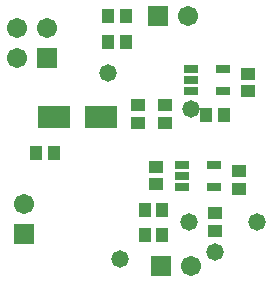
<source format=gts>
G04 Layer_Color=8388736*
%FSLAX25Y25*%
%MOIN*%
G70*
G01*
G75*
%ADD25R,0.04540X0.04343*%
%ADD26R,0.05131X0.03162*%
%ADD27R,0.04343X0.04540*%
%ADD28R,0.10642X0.07493*%
%ADD29C,0.06706*%
%ADD30R,0.06706X0.06706*%
%ADD31R,0.06706X0.06706*%
%ADD32C,0.05800*%
D25*
X380000Y368905D02*
D03*
Y363000D02*
D03*
X413500Y341000D02*
D03*
Y346905D02*
D03*
X405500Y327000D02*
D03*
Y332906D02*
D03*
X386000Y342500D02*
D03*
Y348406D02*
D03*
X416500Y373500D02*
D03*
Y379405D02*
D03*
X389000Y363000D02*
D03*
Y368905D02*
D03*
D26*
X405130Y349000D02*
D03*
Y341520D02*
D03*
X394500D02*
D03*
Y349000D02*
D03*
Y345260D02*
D03*
X408130Y381000D02*
D03*
Y373520D02*
D03*
X397500D02*
D03*
Y381000D02*
D03*
Y377260D02*
D03*
D27*
X382095Y325500D02*
D03*
X388000D02*
D03*
X382095Y334000D02*
D03*
X388000D02*
D03*
X402500Y365500D02*
D03*
X408405D02*
D03*
X370000Y398500D02*
D03*
X375905D02*
D03*
X370000Y390000D02*
D03*
X375905D02*
D03*
X346000Y353000D02*
D03*
X351905D02*
D03*
D28*
X351752Y365000D02*
D03*
X367500D02*
D03*
D29*
X342000Y336000D02*
D03*
X397657Y315220D02*
D03*
X339398Y384528D02*
D03*
X349398Y394528D02*
D03*
X339398D02*
D03*
X396713Y398504D02*
D03*
D30*
X342000Y326000D02*
D03*
X349398Y384528D02*
D03*
D31*
X387657Y315220D02*
D03*
X386713Y398504D02*
D03*
D32*
X397500Y367500D02*
D03*
X374000Y317500D02*
D03*
X405500Y320000D02*
D03*
X397000Y330000D02*
D03*
X419500D02*
D03*
X370000Y379500D02*
D03*
M02*

</source>
